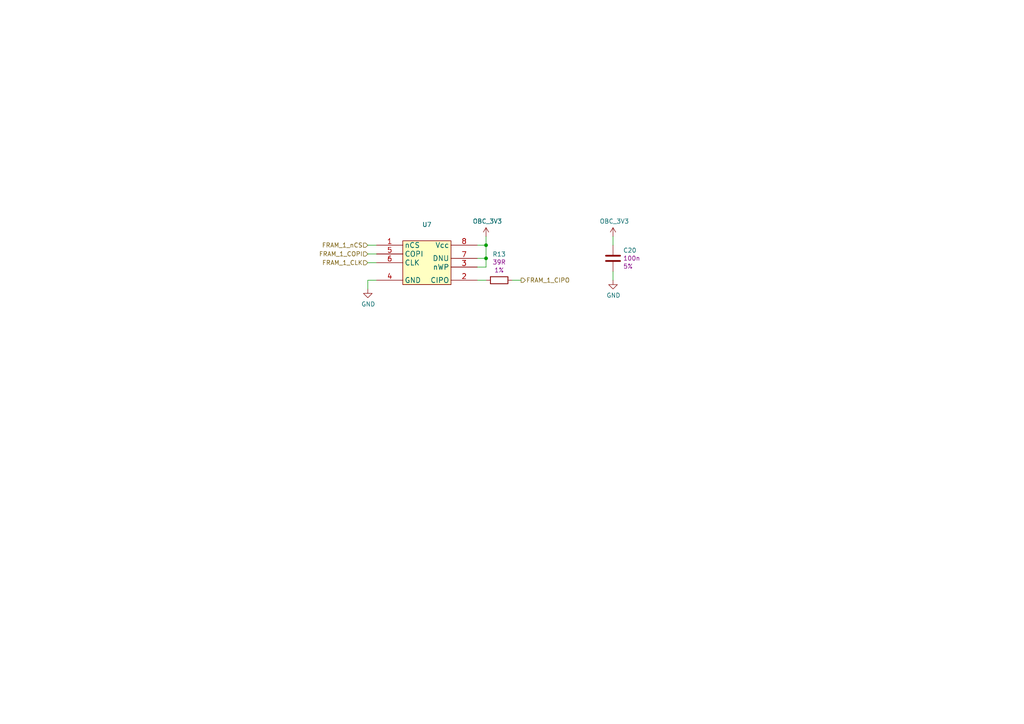
<source format=kicad_sch>
(kicad_sch (version 20211123) (generator eeschema)
  (paper "A4")
  (title_block (title "Singularity OBC - External FRAM") (date "2021-09-20") (rev "PROTO_B_v04") (company "The Flame Trench") (comment 1 "Drawn by:  Ben Cartwright") (comment 2 "Status:  PROTOTYPE") (comment 3 "(c) The Flame Trench 2021") (comment 4 "Licenced under CERN OHLv2-Strong"))
  (lib_symbols
    (symbol "TFT_capacitors:100n-10V-0402-5%-CER" (pin_numbers hide) (pin_names (offset 0.254))
      (property "Reference" "C" (at 0.635 2.54 0))
      (property "NumVal" "100n" (at 2.54 -2.54 0))
      (property "Tolerance" "5%" (at 0 0 0))
      (symbol "100n-10V-0402-5%-CER_0_1"
        (polyline (pts (xy -2.032 -0.762) (xy 2.032 -0.762)) (stroke (width 0.508)))
        (polyline (pts (xy -2.032 0.762) (xy 2.032 0.762)) (stroke (width 0.508)))
      )
      (symbol "100n-10V-0402-5%-CER_1_1"
        (pin passive line (at 0 3.81 270) (length 2.794) (name "~") (number "1"))
        (pin passive line (at 0 -3.81 90) (length 2.794) (name "~") (number "2"))
      )
    )
    (symbol "TFT_memory:CY15B108QI"
      (property "Reference" "U" (at 3.81 5.08 0))
      (property "Value" "CY15B108QI" (at -5.08 5.08 0))
      (symbol "CY15B108QI_0_1"
        (rectangle (start -7.62 3.81) (end 6.35 -8.89) (stroke (width 0.2032)) (fill (type background)))
      )
      (symbol "CY15B108QI_1_1"
        (pin input line (at -15.24 2.54 0) (length 7.62) (name "nCS") (number "1"))
        (pin output line (at 13.97 -7.62 180) (length 7.62) (name "CIPO") (number "2"))
        (pin input line (at 13.97 -3.81 180) (length 7.62) (name "nWP") (number "3"))
        (pin power_in line (at -15.24 -7.62 0) (length 7.62) (name "GND") (number "4"))
        (pin input line (at -15.24 0 0) (length 7.62) (name "COPI") (number "5"))
        (pin input line (at -15.24 -2.54 0) (length 7.62) (name "CLK") (number "6"))
        (pin unspecified line (at 13.97 -1.27 180) (length 7.62) (name "DNU") (number "7"))
        (pin power_in line (at 13.97 2.54 180) (length 7.62) (name "Vcc") (number "8"))
      )
    )
    (symbol "TFT_power:OBC_3V3" (power) (pin_names (offset 0))
      (property "Value" "OBC_3V3" (at 0 3.556 0))
      (symbol "OBC_3V3_0_1"
        (polyline (pts (xy -0.762 1.27) (xy 0 2.54)))
        (polyline (pts (xy 0 0) (xy 0 2.54)))
        (polyline (pts (xy 0 2.54) (xy 0.762 1.27)))
      )
      (symbol "OBC_3V3_1_1"
        (pin power_in line (at 0 0 90) (length 0) hide (name "OBC_3V3") (number "1"))
      )
    )
    (symbol "TFT_resistors:39R0-50V-0402-1%" (pin_numbers hide) (pin_names (offset 0))
      (property "Reference" "R" (at -2.54 0 90))
      (property "NumVal" "39R" (at 2.54 -1.27 90))
      (property "Tolerance" "1%" (at 2.54 3.81 90))
      (symbol "39R0-50V-0402-1%_0_1"
        (rectangle (start -1.016 -2.54) (end 1.016 2.54) (stroke (width 0.254)))
      )
      (symbol "39R0-50V-0402-1%_1_1"
        (pin passive line (at 0 3.81 270) (length 1.27) (name "~") (number "1"))
        (pin passive line (at 0 -3.81 90) (length 1.27) (name "~") (number "2"))
      )
    )
    (symbol "power:GND" (power) (pin_names (offset 0))
      (property "Value" "GND" (at 0 -3.81 0))
      (symbol "GND_0_1"
        (polyline (pts (xy 0 0) (xy 0 -1.27) (xy 1.27 -1.27) (xy 0 -2.54) (xy -1.27 -1.27) (xy 0 -1.27)))
      )
      (symbol "GND_1_1"
        (pin power_in line (at 0 0 270) (length 0) hide (name "GND") (number "1"))
      )
    )
  )
  (junction (at 140.97 71.12))
  (junction (at 140.97 74.93))
  (wire (pts (xy 109.22 81.28) (xy 106.68 81.28)))
  (wire (pts (xy 140.97 77.47) (xy 140.97 74.93)))
  (wire (pts (xy 109.22 76.2) (xy 106.68 76.2)))
  (wire (pts (xy 140.97 74.93) (xy 140.97 71.12)))
  (wire (pts (xy 138.43 81.28) (xy 140.97 81.28)))
  (wire (pts (xy 177.8 78.74) (xy 177.8 81.28)))
  (wire (pts (xy 138.43 77.47) (xy 140.97 77.47)))
  (wire (pts (xy 109.22 71.12) (xy 106.68 71.12)))
  (wire (pts (xy 106.68 81.28) (xy 106.68 83.82)))
  (wire (pts (xy 109.22 73.66) (xy 106.68 73.66)))
  (wire (pts (xy 138.43 74.93) (xy 140.97 74.93)))
  (wire (pts (xy 140.97 71.12) (xy 138.43 71.12)))
  (wire (pts (xy 177.8 71.12) (xy 177.8 68.58)))
  (wire (pts (xy 140.97 68.58) (xy 140.97 71.12)))
  (wire (pts (xy 151.13 81.28) (xy 148.59 81.28)))
  (hierarchical_label "FRAM_1_COPI" (shape input) (at 106.68 73.66 180))
  (hierarchical_label "FRAM_1_CIPO" (shape output) (at 151.13 81.28 0))
  (hierarchical_label "FRAM_1_nCS" (shape input) (at 106.68 71.12 180))
  (hierarchical_label "FRAM_1_CLK" (shape input) (at 106.68 76.2 180))
  (symbol (lib_id "TFT_memory:CY15B108QI") (at 124.46 73.66 0) (unit 1)
    (property "Reference" "U7" (at 123.825 65.151 0))
    (property "Datasheet" "https://www.cypress.com/file/444201/download" (effects hide))
    (property "PartNumber" "CY15B108QI-20LPXI" (effects hide))
    (property "Description" "F-RAM Excelon LP 20 MHz 8-GQFN" (effects hide))
    (property "Manufacturer" "Cypress" (effects hide))
    (property "OrderNumber" "Mouser: 727-CY15B108QI20LPXI" (effects hide))
  )
  (symbol (lib_id "TFT_power:OBC_3V3") (at 177.8 68.58 0) (unit 1)
    (property "Reference" "#PWR057" (effects hide))
  )
  (symbol (lib_id "TFT_capacitors:100n-10V-0402-5%-CER") (at 177.8 74.93 0) (unit 1)
    (property "Reference" "C20" (at 180.721 72.6186 0) (effects (justify left)))
    (property "Datasheet" "https://api.kemet.com/component-edge/download/specsheet/C0402C104J8RACAUTO.pdf" (effects hide))
    (property "NumVal" "100n" (at 180.721 74.93 0) (effects (justify left)))
    (property "PartNumber" "C0402C104J8RACAUTO" (effects hide))
    (property "Description" "SMD Multilayer Ceramic Capacitor, 0.1 µF, 10 V, 0402 [1005 Metric], ± 5%, X7R, C Series KEMET" (effects hide))
    (property "Tolerance" "5%" (at 180.721 77.2414 0) (effects (justify left)))
    (property "Vmax" "10V" (effects hide))
    (property "Manufacturer" "Kemet" (effects hide))
    (property "OrderNumber" "Farnell:      2904530RL " (effects hide))
  )
  (symbol (lib_id "power:GND") (at 177.8 81.28 0) (unit 1)
    (property "Reference" "#PWR058" (effects hide))
  )
  (symbol (lib_id "power:GND") (at 106.68 83.82 0) (unit 1)
    (property "Reference" "#PWR055" (effects hide))
  )
  (symbol (lib_id "TFT_power:OBC_3V3") (at 140.97 68.58 0) (unit 1)
    (property "Reference" "#PWR056" (effects hide))
  )
  (symbol (lib_id "TFT_resistors:39R0-50V-0402-1%") (at 144.78 81.28 270) (unit 1)
    (property "Reference" "R13" (at 144.78 73.7362 90))
    (property "Datasheet" "http://www.farnell.com/datasheets/2310790.pdf" (effects hide))
    (property "NumVal" "39R" (at 144.78 76.0476 90))
    (property "PartNumber" "CRCW040239R0FKED" (effects hide))
    (property "Description" "SMD Chip Resistor, 39 ohm, ± 1%, 62.5 mW, 0402 [1005 Metric], Thick Film, General Purpose" (effects hide))
    (property "Tolerance" "1%" (at 144.78 78.359 90))
    (property "Vmax" "50V" (effects hide))
    (property "Manufacturer" "Vishay" (effects hide))
    (property "OrderNumber" "Farnell:     2140631 " (effects hide))
  )
)
</source>
